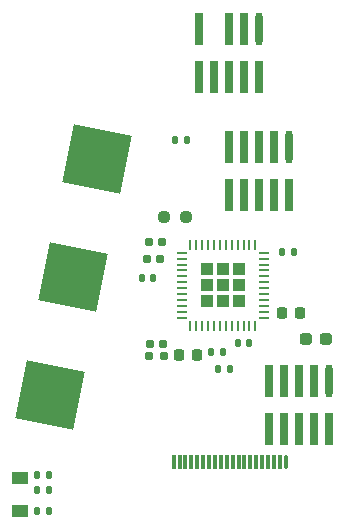
<source format=gbr>
G04 #@! TF.GenerationSoftware,KiCad,Pcbnew,(6.0.4)*
G04 #@! TF.CreationDate,2022-07-14T10:50:46-04:00*
G04 #@! TF.ProjectId,xxxkit_design,7261746b-6974-45f6-9465-7369676e2e6b,xxxKit2022_proA*
G04 #@! TF.SameCoordinates,PX41672a0PY65bcec0*
G04 #@! TF.FileFunction,Paste,Top*
G04 #@! TF.FilePolarity,Positive*
%FSLAX46Y46*%
G04 Gerber Fmt 4.6, Leading zero omitted, Abs format (unit mm)*
G04 Created by KiCad (PCBNEW (6.0.4)) date 2022-07-14 10:50:46*
%MOMM*%
%LPD*%
G01*
G04 APERTURE LIST*
G04 Aperture macros list*
%AMRoundRect*
0 Rectangle with rounded corners*
0 $1 Rounding radius*
0 $2 $3 $4 $5 $6 $7 $8 $9 X,Y pos of 4 corners*
0 Add a 4 corners polygon primitive as box body*
4,1,4,$2,$3,$4,$5,$6,$7,$8,$9,$2,$3,0*
0 Add four circle primitives for the rounded corners*
1,1,$1+$1,$2,$3*
1,1,$1+$1,$4,$5*
1,1,$1+$1,$6,$7*
1,1,$1+$1,$8,$9*
0 Add four rect primitives between the rounded corners*
20,1,$1+$1,$2,$3,$4,$5,0*
20,1,$1+$1,$4,$5,$6,$7,0*
20,1,$1+$1,$6,$7,$8,$9,0*
20,1,$1+$1,$8,$9,$2,$3,0*%
%AMRotRect*
0 Rectangle, with rotation*
0 The origin of the aperture is its center*
0 $1 length*
0 $2 width*
0 $3 Rotation angle, in degrees counterclockwise*
0 Add horizontal line*
21,1,$1,$2,0,0,$3*%
G04 Aperture macros list end*
%ADD10RoundRect,0.140000X-0.140000X-0.170000X0.140000X-0.170000X0.140000X0.170000X-0.140000X0.170000X0*%
%ADD11RoundRect,0.250000X0.300000X-0.300000X0.300000X0.300000X-0.300000X0.300000X-0.300000X-0.300000X0*%
%ADD12RoundRect,0.062500X0.062500X-0.337500X0.062500X0.337500X-0.062500X0.337500X-0.062500X-0.337500X0*%
%ADD13RoundRect,0.062500X0.337500X-0.062500X0.337500X0.062500X-0.337500X0.062500X-0.337500X-0.062500X0*%
%ADD14RotRect,5.000000X5.000000X78.690000*%
%ADD15RoundRect,0.135000X0.135000X0.185000X-0.135000X0.185000X-0.135000X-0.185000X0.135000X-0.185000X0*%
%ADD16RoundRect,0.155000X0.212500X0.155000X-0.212500X0.155000X-0.212500X-0.155000X0.212500X-0.155000X0*%
%ADD17RoundRect,0.140000X0.140000X0.170000X-0.140000X0.170000X-0.140000X-0.170000X0.140000X-0.170000X0*%
%ADD18RoundRect,0.317500X0.000000X1.079500X0.000000X1.079500X0.000000X-1.079500X0.000000X-1.079500X0*%
%ADD19R,0.635000X2.794000*%
%ADD20RoundRect,0.160000X0.197500X0.160000X-0.197500X0.160000X-0.197500X-0.160000X0.197500X-0.160000X0*%
%ADD21RoundRect,0.225000X0.225000X0.250000X-0.225000X0.250000X-0.225000X-0.250000X0.225000X-0.250000X0*%
%ADD22RoundRect,0.225000X-0.225000X-0.250000X0.225000X-0.250000X0.225000X0.250000X-0.225000X0.250000X0*%
%ADD23RoundRect,0.237500X-0.287500X-0.237500X0.287500X-0.237500X0.287500X0.237500X-0.287500X0.237500X0*%
%ADD24R,1.450000X1.000000*%
%ADD25RoundRect,0.075000X-0.075000X-0.525000X0.075000X-0.525000X0.075000X0.525000X-0.075000X0.525000X0*%
%ADD26R,0.300000X1.200000*%
%ADD27RoundRect,0.135000X-0.135000X-0.185000X0.135000X-0.185000X0.135000X0.185000X-0.135000X0.185000X0*%
%ADD28RoundRect,0.237500X-0.250000X-0.237500X0.250000X-0.237500X0.250000X0.237500X-0.250000X0.237500X0*%
G04 APERTURE END LIST*
D10*
G04 #@! TO.C,C64*
X23751600Y19177000D03*
X24711600Y19177000D03*
G04 #@! TD*
D11*
G04 #@! TO.C,U50*
X26085800Y24814200D03*
X23345800Y24814200D03*
X23345800Y23444200D03*
X24715800Y24814200D03*
X26085800Y26184200D03*
X24715800Y23444200D03*
X24715800Y26184200D03*
X26085800Y23444200D03*
X23345800Y26184200D03*
D12*
X21965800Y21364200D03*
X22465800Y21364200D03*
X22965800Y21364200D03*
X23465800Y21364200D03*
X23965800Y21364200D03*
X24465800Y21364200D03*
X24965800Y21364200D03*
X25465800Y21364200D03*
X25965800Y21364200D03*
X26465800Y21364200D03*
X26965800Y21364200D03*
X27465800Y21364200D03*
D13*
X28165800Y22064200D03*
X28165800Y22564200D03*
X28165800Y23064200D03*
X28165800Y23564200D03*
X28165800Y24064200D03*
X28165800Y24564200D03*
X28165800Y25064200D03*
X28165800Y25564200D03*
X28165800Y26064200D03*
X28165800Y26564200D03*
X28165800Y27064200D03*
X28165800Y27564200D03*
D12*
X27465800Y28264200D03*
X26965800Y28264200D03*
X26465800Y28264200D03*
X25965800Y28264200D03*
X25465800Y28264200D03*
X24965800Y28264200D03*
X24465800Y28264200D03*
X23965800Y28264200D03*
X23465800Y28264200D03*
X22965800Y28264200D03*
X22465800Y28264200D03*
X21965800Y28264200D03*
D13*
X21265800Y27564200D03*
X21265800Y27064200D03*
X21265800Y26564200D03*
X21265800Y26064200D03*
X21265800Y25564200D03*
X21265800Y25064200D03*
X21265800Y24564200D03*
X21265800Y24064200D03*
X21265800Y23564200D03*
X21265800Y23064200D03*
X21265800Y22564200D03*
X21265800Y22064200D03*
G04 #@! TD*
D14*
G04 #@! TO.C,J50*
X10072448Y15564303D03*
X12065000Y25527000D03*
X14057552Y35489697D03*
G04 #@! TD*
D15*
G04 #@! TO.C,R3*
X10009600Y8712200D03*
X8989600Y8712200D03*
G04 #@! TD*
D16*
G04 #@! TO.C,C54*
X19388900Y27076400D03*
X18253900Y27076400D03*
G04 #@! TD*
D17*
G04 #@! TO.C,C51*
X25295800Y17703800D03*
X24335800Y17703800D03*
G04 #@! TD*
D18*
G04 #@! TO.C,J52*
X33731200Y16738600D03*
D19*
X33731200Y12674600D03*
X32461200Y16738600D03*
X32461200Y12674600D03*
X31191200Y16738600D03*
X31191200Y12674600D03*
X29921200Y16738600D03*
X29921200Y12674600D03*
X28651200Y16738600D03*
X28651200Y12674600D03*
G04 #@! TD*
D16*
G04 #@! TO.C,C57*
X19642900Y19812000D03*
X18507900Y19812000D03*
G04 #@! TD*
D18*
G04 #@! TO.C,J1*
X27736800Y46482000D03*
D19*
X27736800Y42418000D03*
X26466800Y46482000D03*
X26466800Y42418000D03*
X25196800Y46482000D03*
X25196800Y42418000D03*
X23926800Y42418000D03*
X22656800Y46482000D03*
X22656800Y42418000D03*
G04 #@! TD*
D20*
G04 #@! TO.C,R51*
X19698300Y18796000D03*
X18503300Y18796000D03*
G04 #@! TD*
D21*
G04 #@! TO.C,C60*
X22542800Y18923000D03*
X20992800Y18923000D03*
G04 #@! TD*
D10*
G04 #@! TO.C,C52*
X25961400Y19964400D03*
X26921400Y19964400D03*
G04 #@! TD*
D15*
G04 #@! TO.C,R52*
X30761400Y27609800D03*
X29741400Y27609800D03*
G04 #@! TD*
D22*
G04 #@! TO.C,C62*
X29705000Y22479000D03*
X31255000Y22479000D03*
G04 #@! TD*
D23*
G04 #@! TO.C,D1*
X31738600Y20269200D03*
X33488600Y20269200D03*
G04 #@! TD*
D24*
G04 #@! TO.C,S1*
X7543800Y5661200D03*
X7543800Y8461200D03*
G04 #@! TD*
D25*
G04 #@! TO.C,J100*
X30048400Y9864800D03*
D26*
X29548400Y9864800D03*
X29048400Y9864800D03*
X28548400Y9864800D03*
X28048400Y9864800D03*
X27548400Y9864800D03*
X27048400Y9864800D03*
X26548400Y9864800D03*
X26048400Y9864800D03*
X25548400Y9864800D03*
X25048400Y9864800D03*
X24548400Y9864800D03*
X24048400Y9864800D03*
X23548400Y9864800D03*
X23048400Y9864800D03*
X22548400Y9864800D03*
X22048400Y9864800D03*
X21548400Y9864800D03*
X21048400Y9864800D03*
X20548400Y9864800D03*
G04 #@! TD*
D27*
G04 #@! TO.C,R4*
X8989600Y5664200D03*
X10009600Y5664200D03*
G04 #@! TD*
D28*
G04 #@! TO.C,R50*
X19737700Y30607000D03*
X21562700Y30607000D03*
G04 #@! TD*
D16*
G04 #@! TO.C,C53*
X19592100Y28448000D03*
X18457100Y28448000D03*
G04 #@! TD*
D10*
G04 #@! TO.C,C6*
X9019600Y7518400D03*
X9979600Y7518400D03*
G04 #@! TD*
D18*
G04 #@! TO.C,J2*
X30276800Y36550600D03*
D19*
X30276800Y32486600D03*
X29006800Y36550600D03*
X29006800Y32486600D03*
X27736800Y36550600D03*
X27736800Y32486600D03*
X26466800Y36550600D03*
X26466800Y32486600D03*
X25196800Y36550600D03*
X25196800Y32486600D03*
G04 #@! TD*
D17*
G04 #@! TO.C,C13*
X21663600Y37109400D03*
X20703600Y37109400D03*
G04 #@! TD*
G04 #@! TO.C,C61*
X18793400Y25425400D03*
X17833400Y25425400D03*
G04 #@! TD*
M02*

</source>
